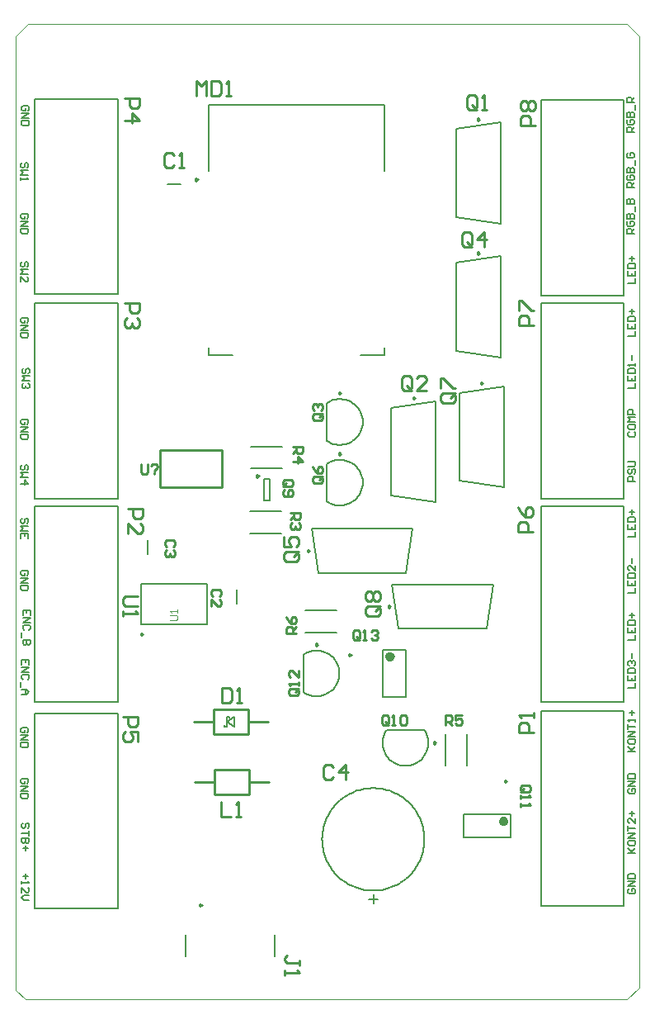
<source format=gto>
G04*
G04 #@! TF.GenerationSoftware,Altium Limited,Altium Designer,22.7.1 (60)*
G04*
G04 Layer_Color=65535*
%FSLAX25Y25*%
%MOIN*%
G70*
G04*
G04 #@! TF.SameCoordinates,B0270450-B435-420B-BE19-FF0628D395ED*
G04*
G04*
G04 #@! TF.FilePolarity,Positive*
G04*
G01*
G75*
%ADD10C,0.00984*%
%ADD11C,0.01968*%
%ADD12C,0.00787*%
%ADD13C,0.01000*%
%ADD14C,0.00500*%
%ADD15C,0.00591*%
%ADD16C,0.00004*%
%ADD17C,0.00394*%
D10*
X169705Y110984D02*
X168966Y111410D01*
Y110558D01*
X169705Y110984D01*
X192752Y284181D02*
X192014Y284607D01*
Y283755D01*
X192752Y284181D01*
X292992Y160937D02*
X292254Y161363D01*
Y160511D01*
X292992Y160937D01*
X245839Y231500D02*
X245100Y231926D01*
Y231074D01*
X245839Y231500D01*
X146000Y220394D02*
X145262Y220820D01*
Y219968D01*
X146000Y220394D01*
X255768Y315653D02*
X255030Y316080D01*
Y315227D01*
X255768Y315653D01*
X213339Y254000D02*
X212600Y254426D01*
Y253574D01*
X213339Y254000D01*
X225992Y293114D02*
X225254Y293540D01*
Y292688D01*
X225992Y293114D01*
Y317614D02*
X225254Y318040D01*
Y317188D01*
X225992Y317614D01*
X283268Y321654D02*
X282529Y322080D01*
Y321227D01*
X283268Y321654D01*
X281992Y374153D02*
X281254Y374580D01*
Y373727D01*
X281992Y374153D01*
X264106Y176500D02*
X263368Y176926D01*
Y176074D01*
X264106Y176500D01*
X216492Y216114D02*
X215754Y216540D01*
Y215688D01*
X216492Y216114D01*
X281992Y428154D02*
X281254Y428580D01*
Y427727D01*
X281992Y428154D01*
X230055Y212000D02*
X229317Y212426D01*
Y211574D01*
X230055Y212000D01*
X168039Y403913D02*
X167301Y404340D01*
Y403487D01*
X168039Y403913D01*
D11*
X292677Y144679D02*
X292185Y145531D01*
X291201D01*
X290709Y144679D01*
X291201Y143826D01*
X292185D01*
X292677Y144679D01*
X246805Y211193D02*
X246313Y212045D01*
X245329D01*
X244837Y211193D01*
X245329Y210340D01*
X246313D01*
X246805Y211193D01*
D12*
X220244Y273886D02*
X221101Y273361D01*
X222010Y272931D01*
X222961Y272603D01*
X223942Y272380D01*
X224941Y272265D01*
X225946Y272259D01*
X226947Y272362D01*
X227930Y272573D01*
X228885Y272889D01*
X229800Y273308D01*
X230663Y273823D01*
X231466Y274429D01*
X232198Y275118D01*
X232852Y275883D01*
X233418Y276714D01*
X233891Y277602D01*
X234264Y278535D01*
X234534Y279504D01*
X234697Y280497D01*
X234752Y281501D01*
X234697Y282505D01*
X234534Y283497D01*
X234264Y284466D01*
X233890Y285400D01*
X233417Y286287D01*
X232851Y287118D01*
X232197Y287883D01*
X231465Y288572D01*
X230662Y289178D01*
X229798Y289693D01*
X228884Y290111D01*
X227929Y290427D01*
X226945Y290638D01*
X225945Y290741D01*
X224939Y290735D01*
X223940Y290620D01*
X222960Y290396D01*
X222009Y290068D01*
X221100Y289638D01*
X220242Y289113D01*
X220244Y298386D02*
X221101Y297861D01*
X222010Y297431D01*
X222961Y297103D01*
X223942Y296880D01*
X224941Y296765D01*
X225946Y296759D01*
X226947Y296862D01*
X227930Y297073D01*
X228885Y297390D01*
X229800Y297808D01*
X230663Y298323D01*
X231466Y298929D01*
X232198Y299618D01*
X232852Y300383D01*
X233418Y301214D01*
X233891Y302102D01*
X234264Y303035D01*
X234534Y304004D01*
X234697Y304996D01*
X234752Y306001D01*
X234697Y307005D01*
X234534Y307997D01*
X234264Y308966D01*
X233890Y309900D01*
X233417Y310787D01*
X232851Y311618D01*
X232197Y312383D01*
X231465Y313072D01*
X230662Y313678D01*
X229798Y314193D01*
X228884Y314611D01*
X227929Y314928D01*
X226945Y315138D01*
X225945Y315241D01*
X224939Y315235D01*
X223940Y315120D01*
X222960Y314896D01*
X222009Y314568D01*
X221100Y314139D01*
X220242Y313613D01*
X244386Y181756D02*
X243861Y180899D01*
X243431Y179990D01*
X243103Y179039D01*
X242880Y178058D01*
X242765Y177059D01*
X242759Y176053D01*
X242862Y175053D01*
X243073Y174070D01*
X243390Y173115D01*
X243808Y172201D01*
X244323Y171337D01*
X244929Y170534D01*
X245618Y169802D01*
X246383Y169149D01*
X247214Y168582D01*
X248102Y168110D01*
X249035Y167736D01*
X250004Y167466D01*
X250996Y167303D01*
X252001Y167248D01*
X253005Y167303D01*
X253997Y167466D01*
X254966Y167736D01*
X255900Y168110D01*
X256787Y168583D01*
X257618Y169149D01*
X258383Y169803D01*
X259072Y170535D01*
X259678Y171338D01*
X260193Y172202D01*
X260611Y173117D01*
X260928Y174071D01*
X261138Y175055D01*
X261241Y176055D01*
X261235Y177061D01*
X261120Y178060D01*
X260896Y179040D01*
X260568Y179991D01*
X260139Y180900D01*
X259613Y181758D01*
X210743Y196886D02*
X211601Y196361D01*
X212510Y195931D01*
X213461Y195603D01*
X214442Y195380D01*
X215441Y195265D01*
X216446Y195259D01*
X217447Y195362D01*
X218430Y195573D01*
X219385Y195889D01*
X220300Y196308D01*
X221163Y196823D01*
X221966Y197429D01*
X222698Y198118D01*
X223352Y198883D01*
X223918Y199714D01*
X224391Y200602D01*
X224764Y201535D01*
X225034Y202504D01*
X225197Y203497D01*
X225252Y204501D01*
X225197Y205505D01*
X225034Y206497D01*
X224764Y207466D01*
X224390Y208400D01*
X223917Y209287D01*
X223351Y210118D01*
X222697Y210883D01*
X221965Y211572D01*
X221162Y212178D01*
X220298Y212693D01*
X219384Y213111D01*
X218429Y213427D01*
X217445Y213638D01*
X216445Y213741D01*
X215439Y213735D01*
X214440Y213620D01*
X213460Y213396D01*
X212509Y213068D01*
X211600Y212638D01*
X210742Y212113D01*
X259669Y137500D02*
X259645Y138499D01*
X259573Y139495D01*
X259452Y140487D01*
X259284Y141471D01*
X259069Y142446D01*
X258806Y143410D01*
X258498Y144360D01*
X258143Y145294D01*
X257745Y146210D01*
X257302Y147106D01*
X256816Y147978D01*
X256289Y148827D01*
X255722Y149649D01*
X255115Y150443D01*
X254471Y151206D01*
X253791Y151938D01*
X253076Y152636D01*
X252328Y153298D01*
X251550Y153923D01*
X250742Y154510D01*
X249906Y155058D01*
X249045Y155564D01*
X248161Y156028D01*
X247255Y156449D01*
X246329Y156826D01*
X245387Y157158D01*
X244430Y157443D01*
X243460Y157682D01*
X242480Y157874D01*
X241491Y158019D01*
X240497Y158115D01*
X239499Y158163D01*
X238501D01*
X237503Y158115D01*
X236509Y158019D01*
X235520Y157874D01*
X234540Y157682D01*
X233570Y157443D01*
X232613Y157158D01*
X231671Y156826D01*
X230745Y156449D01*
X229839Y156028D01*
X228955Y155564D01*
X228094Y155058D01*
X227258Y154510D01*
X226450Y153923D01*
X225672Y153298D01*
X224924Y152636D01*
X224209Y151938D01*
X223529Y151206D01*
X222885Y150443D01*
X222278Y149649D01*
X221711Y148827D01*
X221184Y147978D01*
X220698Y147106D01*
X220255Y146210D01*
X219857Y145294D01*
X219502Y144360D01*
X219194Y143410D01*
X218931Y142446D01*
X218716Y141471D01*
X218548Y140487D01*
X218427Y139495D01*
X218355Y138499D01*
X218331Y137500D01*
X218355Y136501D01*
X218427Y135505D01*
X218548Y134513D01*
X218716Y133529D01*
X218931Y132554D01*
X219194Y131590D01*
X219502Y130640D01*
X219857Y129706D01*
X220255Y128790D01*
X220698Y127894D01*
X221184Y127022D01*
X221711Y126173D01*
X222278Y125351D01*
X222885Y124557D01*
X223529Y123794D01*
X224209Y123062D01*
X224924Y122365D01*
X225672Y121702D01*
X226450Y121077D01*
X227258Y120490D01*
X228094Y119942D01*
X228955Y119436D01*
X229839Y118972D01*
X230745Y118551D01*
X231670Y118174D01*
X232613Y117842D01*
X233570Y117557D01*
X234540Y117318D01*
X235520Y117126D01*
X236508Y116981D01*
X237503Y116885D01*
X238500Y116837D01*
X239499Y116837D01*
X240497Y116885D01*
X241491Y116981D01*
X242480Y117126D01*
X243460Y117318D01*
X244430Y117557D01*
X245387Y117842D01*
X246329Y118174D01*
X247254Y118551D01*
X248160Y118972D01*
X249045Y119436D01*
X249906Y119942D01*
X250741Y120490D01*
X251550Y121077D01*
X252328Y121702D01*
X253076Y122364D01*
X253791Y123062D01*
X254471Y123794D01*
X255115Y124557D01*
X255722Y125351D01*
X256289Y126173D01*
X256816Y127021D01*
X257302Y127894D01*
X257744Y128790D01*
X258143Y129706D01*
X258498Y130640D01*
X258806Y131590D01*
X259069Y132553D01*
X259284Y133529D01*
X259452Y134513D01*
X259573Y135505D01*
X259645Y136501D01*
X259669Y137500D01*
X163110Y90472D02*
Y99134D01*
X199094Y90472D02*
Y99134D01*
X306768Y357130D02*
Y435870D01*
X340232D01*
Y357130D02*
Y435870D01*
X306768Y357130D02*
X340232D01*
X189177Y261047D02*
X201823D01*
X189177Y269953D02*
X201823D01*
X189677Y287216D02*
X202323D01*
X189677Y296122D02*
X202323D01*
X194819Y283000D02*
X197181D01*
X194819Y274339D02*
X197181D01*
X194819D02*
Y283000D01*
X197181Y274339D02*
Y283000D01*
X306768Y110630D02*
X340232D01*
Y189370D01*
X306768D02*
X340232D01*
X306768Y110630D02*
Y189370D01*
X294646Y138368D02*
Y147632D01*
X275354Y138368D02*
X294646D01*
X275354D02*
Y147632D01*
X294646D01*
X246528Y240457D02*
X287472D01*
X246528D02*
X249284Y222543D01*
X284717D02*
X287472Y240457D01*
X249284Y222543D02*
X284717D01*
X145311Y224429D02*
X171689D01*
X145311Y240571D02*
X171689D01*
X145311Y224429D02*
Y240571D01*
X171689Y224429D02*
Y240571D01*
X184000Y232744D02*
Y238256D01*
X148000Y252744D02*
Y258256D01*
X306768Y275130D02*
X340232D01*
Y353870D01*
X306768D02*
X340232D01*
X306768Y275130D02*
Y353870D01*
Y193130D02*
X340232D01*
Y271870D01*
X306768D02*
X340232D01*
X306768Y193130D02*
Y271870D01*
X102268Y436370D02*
X135732D01*
X102268Y357630D02*
Y436370D01*
Y357630D02*
X135732D01*
Y436370D01*
X102268Y353870D02*
X135732D01*
X102268Y275130D02*
Y353870D01*
Y275130D02*
X135732D01*
Y353870D01*
X102268Y271870D02*
X135732D01*
X102268Y193130D02*
Y271870D01*
Y193130D02*
X135732D01*
Y271870D01*
X102268Y188370D02*
X135732D01*
X102268Y109630D02*
Y188370D01*
Y109630D02*
X135732D01*
Y188370D01*
X246319Y276284D02*
Y311717D01*
Y276284D02*
X264232Y273528D01*
X246319Y311717D02*
X264232Y314472D01*
Y273528D02*
Y314472D01*
X216783Y245043D02*
X252217D01*
X254972Y262957D01*
X214028D02*
X216783Y245043D01*
X214028Y262957D02*
X254972D01*
X220244Y273887D02*
Y289113D01*
Y298387D02*
Y313613D01*
X273819Y282283D02*
Y317717D01*
Y282283D02*
X291732Y279528D01*
X273819Y317717D02*
X291732Y320472D01*
Y279528D02*
Y320472D01*
X272543Y334784D02*
Y370216D01*
Y334784D02*
X290457Y332028D01*
X272543Y370216D02*
X290457Y372972D01*
Y332028D02*
Y372972D01*
X244387Y181756D02*
X259613D01*
X210744Y196887D02*
Y212113D01*
X272543Y388784D02*
Y424217D01*
Y388784D02*
X290457Y386028D01*
X272543Y424217D02*
X290457Y426972D01*
Y386028D02*
Y426972D01*
X242868Y194854D02*
Y214146D01*
Y194854D02*
X252132D01*
Y214146D01*
X242868D02*
X252132D01*
X211677Y229953D02*
X224323D01*
X211677Y221047D02*
X224323D01*
X276953Y167177D02*
Y179823D01*
X268047Y167177D02*
Y179823D01*
X155744Y402000D02*
X161256D01*
X172370Y407457D02*
Y433894D01*
Y333106D02*
Y335961D01*
X233748Y333106D02*
X243630D01*
X172370D02*
X182252D01*
X243630Y407457D02*
Y433894D01*
Y333106D02*
Y335961D01*
X172370Y433894D02*
X243630D01*
D13*
X178000Y279500D02*
Y294500D01*
X153000Y279500D02*
X178000D01*
X153000D02*
Y294500D01*
X178000D01*
X188500Y180000D02*
Y190000D01*
X174500D02*
X188500D01*
X174500Y180000D02*
Y190000D01*
Y180000D02*
X188500D01*
Y185000D02*
X196500D01*
X166500D02*
X174500D01*
X175000Y155500D02*
Y165500D01*
Y155500D02*
X189000D01*
Y165500D01*
X175000D02*
X189000D01*
X167000Y160500D02*
X175000D01*
X189000D02*
X197000D01*
X145168Y288999D02*
Y285667D01*
X145834Y285001D01*
X147167D01*
X147834Y285667D01*
Y288999D01*
X149167Y288333D02*
X149833Y288999D01*
X151166D01*
X151832Y288333D01*
Y287666D01*
X150499Y286334D01*
Y285667D02*
Y285001D01*
X178001Y198499D02*
Y192501D01*
X181000D01*
X182000Y193501D01*
Y197499D01*
X181000Y198499D01*
X178001D01*
X183999Y192501D02*
X185999D01*
X184999D01*
Y198499D01*
X183999Y197499D01*
X143999Y235499D02*
X139001D01*
X138001Y234499D01*
Y232500D01*
X139001Y231500D01*
X143999D01*
X138001Y229501D02*
Y227501D01*
Y228501D01*
X143999D01*
X142999Y229501D01*
X207999Y220668D02*
X204001D01*
Y222667D01*
X204667Y223334D01*
X206000D01*
X206666Y222667D01*
Y220668D01*
Y222001D02*
X207999Y223334D01*
X204001Y227332D02*
X204667Y225999D01*
X206000Y224667D01*
X207333D01*
X207999Y225333D01*
Y226666D01*
X207333Y227332D01*
X206666D01*
X206000Y226666D01*
Y224667D01*
X268168Y183654D02*
Y187653D01*
X270167D01*
X270834Y186986D01*
Y185654D01*
X270167Y184987D01*
X268168D01*
X269501D02*
X270834Y183654D01*
X274832Y187653D02*
X272166D01*
Y185654D01*
X273499Y186320D01*
X274166D01*
X274832Y185654D01*
Y184321D01*
X274166Y183654D01*
X272833D01*
X272166Y184321D01*
X206501Y296002D02*
X210499D01*
Y294002D01*
X209833Y293336D01*
X208500D01*
X207834Y294002D01*
Y296002D01*
Y294669D02*
X206501Y293336D01*
Y290003D02*
X210499D01*
X208500Y292003D01*
Y289337D01*
X205501Y269332D02*
X209499D01*
Y267333D01*
X208833Y266666D01*
X207500D01*
X206834Y267333D01*
Y269332D01*
Y267999D02*
X205501Y266666D01*
X208833Y265334D02*
X209499Y264667D01*
Y263334D01*
X208833Y262668D01*
X208166D01*
X207500Y263334D01*
Y264001D01*
Y263334D01*
X206834Y262668D01*
X206167D01*
X205501Y263334D01*
Y264667D01*
X206167Y265334D01*
X233667Y218667D02*
Y221333D01*
X233001Y221999D01*
X231668D01*
X231002Y221333D01*
Y218667D01*
X231668Y218001D01*
X233001D01*
X232334Y219334D02*
X233667Y218001D01*
X233001D02*
X233667Y218667D01*
X235000Y218001D02*
X236333D01*
X235667D01*
Y221999D01*
X235000Y221333D01*
X238333D02*
X238999Y221999D01*
X240332D01*
X240998Y221333D01*
Y220666D01*
X240332Y220000D01*
X239666D01*
X240332D01*
X240998Y219334D01*
Y218667D01*
X240332Y218001D01*
X238999D01*
X238333Y218667D01*
X208333Y198167D02*
X205667D01*
X205001Y197501D01*
Y196168D01*
X205667Y195502D01*
X208333D01*
X208999Y196168D01*
Y197501D01*
X207666Y196835D02*
X208999Y198167D01*
Y197501D02*
X208333Y198167D01*
X208999Y199500D02*
Y200833D01*
Y200167D01*
X205001D01*
X205667Y199500D01*
X208999Y205498D02*
Y202833D01*
X206334Y205498D01*
X205667D01*
X205001Y204832D01*
Y203499D01*
X205667Y202833D01*
X299167Y156666D02*
X301833D01*
X302499Y157333D01*
Y158666D01*
X301833Y159332D01*
X299167D01*
X298501Y158666D01*
Y157333D01*
X299834Y157999D02*
X298501Y156666D01*
Y157333D02*
X299167Y156666D01*
X298501Y155333D02*
Y154000D01*
Y154667D01*
X302499D01*
X301833Y155333D01*
X298501Y152001D02*
Y150668D01*
Y151335D01*
X302499D01*
X301833Y152001D01*
X245167Y184167D02*
Y186833D01*
X244501Y187499D01*
X243168D01*
X242502Y186833D01*
Y184167D01*
X243168Y183501D01*
X244501D01*
X243834Y184834D02*
X245167Y183501D01*
X244501D02*
X245167Y184167D01*
X246500Y183501D02*
X247833D01*
X247167D01*
Y187499D01*
X246500Y186833D01*
X249833D02*
X250499Y187499D01*
X251832D01*
X252498Y186833D01*
Y184167D01*
X251832Y183501D01*
X250499D01*
X249833Y184167D01*
Y186833D01*
X203167Y279836D02*
X205833D01*
X206499Y280502D01*
Y281835D01*
X205833Y282502D01*
X203167D01*
X202501Y281835D01*
Y280502D01*
X203834Y281169D02*
X202501Y279836D01*
Y280502D02*
X203167Y279836D01*
Y278503D02*
X202501Y277836D01*
Y276503D01*
X203167Y275837D01*
X205833D01*
X206499Y276503D01*
Y277836D01*
X205833Y278503D01*
X205166D01*
X204500Y277836D01*
Y275837D01*
X240999Y231500D02*
X237001D01*
X236001Y230501D01*
Y228501D01*
X237001Y227502D01*
X240999D01*
X241999Y228501D01*
Y230501D01*
X240000Y229501D02*
X241999Y231500D01*
Y230501D02*
X240999Y231500D01*
X237001Y233500D02*
X236001Y234499D01*
Y236499D01*
X237001Y237498D01*
X238000D01*
X239000Y236499D01*
X240000Y237498D01*
X240999D01*
X241999Y236499D01*
Y234499D01*
X240999Y233500D01*
X240000D01*
X239000Y234499D01*
X238000Y233500D01*
X237001D01*
X239000Y234499D02*
Y236499D01*
X271275Y317500D02*
X267276D01*
X266277Y316501D01*
Y314501D01*
X267276Y313502D01*
X271275D01*
X272275Y314501D01*
Y316501D01*
X270275Y315501D02*
X272275Y317500D01*
Y316501D02*
X271275Y317500D01*
X266277Y319500D02*
Y323498D01*
X267276D01*
X271275Y319500D01*
X272275D01*
X217833Y283834D02*
X215167D01*
X214501Y283167D01*
Y281834D01*
X215167Y281168D01*
X217833D01*
X218499Y281834D01*
Y283167D01*
X217166Y282501D02*
X218499Y283834D01*
Y283167D02*
X217833Y283834D01*
X214501Y287832D02*
X215167Y286499D01*
X216500Y285167D01*
X217833D01*
X218499Y285833D01*
Y287166D01*
X217833Y287832D01*
X217166D01*
X216500Y287166D01*
Y285167D01*
X207999Y253500D02*
X204001D01*
X203001Y252501D01*
Y250501D01*
X204001Y249502D01*
X207999D01*
X208999Y250501D01*
Y252501D01*
X207000Y251501D02*
X208999Y253500D01*
Y252501D02*
X207999Y253500D01*
X203001Y259498D02*
Y255500D01*
X206000D01*
X205000Y257499D01*
Y258499D01*
X206000Y259498D01*
X207999D01*
X208999Y258499D01*
Y256499D01*
X207999Y255500D01*
X279000Y377501D02*
Y381499D01*
X278001Y382499D01*
X276001D01*
X275002Y381499D01*
Y377501D01*
X276001Y376501D01*
X278001D01*
X277001Y378500D02*
X279000Y376501D01*
X278001D02*
X279000Y377501D01*
X283999Y376501D02*
Y382499D01*
X281000Y379500D01*
X284998D01*
X217833Y309334D02*
X215167D01*
X214501Y308667D01*
Y307334D01*
X215167Y306668D01*
X217833D01*
X218499Y307334D01*
Y308667D01*
X217166Y308001D02*
X218499Y309334D01*
Y308667D02*
X217833Y309334D01*
X215167Y310666D02*
X214501Y311333D01*
Y312666D01*
X215167Y313332D01*
X215834D01*
X216500Y312666D01*
Y311999D01*
Y312666D01*
X217166Y313332D01*
X217833D01*
X218499Y312666D01*
Y311333D01*
X217833Y310666D01*
X254500Y319501D02*
Y323499D01*
X253501Y324499D01*
X251501D01*
X250502Y323499D01*
Y319501D01*
X251501Y318501D01*
X253501D01*
X252501Y320500D02*
X254500Y318501D01*
X253501D02*
X254500Y319501D01*
X260498Y318501D02*
X256500D01*
X260498Y322500D01*
Y323499D01*
X259499Y324499D01*
X257499D01*
X256500Y323499D01*
X281000Y433001D02*
Y436999D01*
X280000Y437999D01*
X278001D01*
X277001Y436999D01*
Y433001D01*
X278001Y432001D01*
X280000D01*
X279001Y434000D02*
X281000Y432001D01*
X280000D02*
X281000Y433001D01*
X282999Y432001D02*
X284999D01*
X283999D01*
Y437999D01*
X282999Y436999D01*
X304499Y425502D02*
X298501D01*
Y428501D01*
X299501Y429500D01*
X301500D01*
X302500Y428501D01*
Y425502D01*
X299501Y431500D02*
X298501Y432499D01*
Y434499D01*
X299501Y435498D01*
X300500D01*
X301500Y434499D01*
X302500Y435498D01*
X303499D01*
X304499Y434499D01*
Y432499D01*
X303499Y431500D01*
X302500D01*
X301500Y432499D01*
X300500Y431500D01*
X299501D01*
X301500Y432499D02*
Y434499D01*
X303999Y345002D02*
X298001D01*
Y348001D01*
X299001Y349000D01*
X301000D01*
X302000Y348001D01*
Y345002D01*
X298001Y351000D02*
Y354998D01*
X299001D01*
X302999Y351000D01*
X303999D01*
X303499Y261502D02*
X297501D01*
Y264501D01*
X298501Y265500D01*
X300500D01*
X301500Y264501D01*
Y261502D01*
X297501Y271498D02*
X298501Y269499D01*
X300500Y267500D01*
X302499D01*
X303499Y268499D01*
Y270499D01*
X302499Y271498D01*
X301500D01*
X300500Y270499D01*
Y267500D01*
X138001Y186998D02*
X143999D01*
Y183999D01*
X142999Y183000D01*
X141000D01*
X140000Y183999D01*
Y186998D01*
X143999Y177002D02*
Y181000D01*
X141000D01*
X142000Y179001D01*
Y178001D01*
X141000Y177002D01*
X139001D01*
X138001Y178001D01*
Y180001D01*
X139001Y181000D01*
X138501Y436498D02*
X144499D01*
Y433499D01*
X143499Y432500D01*
X141500D01*
X140500Y433499D01*
Y436498D01*
X138501Y427501D02*
X144499D01*
X141500Y430500D01*
Y426502D01*
X138501Y353998D02*
X144499D01*
Y350999D01*
X143499Y350000D01*
X141500D01*
X140500Y350999D01*
Y353998D01*
X143499Y348000D02*
X144499Y347001D01*
Y345001D01*
X143499Y344002D01*
X142500D01*
X141500Y345001D01*
Y346001D01*
Y345001D01*
X140500Y344002D01*
X139501D01*
X138501Y345001D01*
Y347001D01*
X139501Y348000D01*
X140001Y270998D02*
X145999D01*
Y267999D01*
X144999Y267000D01*
X143000D01*
X142000Y267999D01*
Y270998D01*
X140001Y261002D02*
Y265000D01*
X144000Y261002D01*
X144999D01*
X145999Y262001D01*
Y264001D01*
X144999Y265000D01*
X303999Y180501D02*
X298001D01*
Y183500D01*
X299001Y184500D01*
X301000D01*
X302000Y183500D01*
Y180501D01*
X303999Y186499D02*
Y188499D01*
Y187499D01*
X298001D01*
X299001Y186499D01*
X167600Y437700D02*
Y443698D01*
X169599Y441699D01*
X171599Y443698D01*
Y437700D01*
X173598Y443698D02*
Y437700D01*
X176597D01*
X177597Y438700D01*
Y442698D01*
X176597Y443698D01*
X173598D01*
X179596Y437700D02*
X181596D01*
X180596D01*
Y443698D01*
X179596Y442698D01*
X177501Y152499D02*
Y146501D01*
X181500D01*
X183499D02*
X185499D01*
X184499D01*
Y152499D01*
X183499Y151499D01*
X209101Y86654D02*
Y88653D01*
Y87653D01*
X204103D01*
X203103Y88653D01*
Y89653D01*
X204103Y90652D01*
X203103Y84654D02*
Y82655D01*
Y83654D01*
X209101D01*
X208102Y84654D01*
X222799Y166698D02*
X221799Y167698D01*
X219800D01*
X218800Y166698D01*
Y162700D01*
X219800Y161700D01*
X221799D01*
X222799Y162700D01*
X227797Y161700D02*
Y167698D01*
X224798Y164699D01*
X228797D01*
X158333Y255666D02*
X158999Y256333D01*
Y257666D01*
X158333Y258332D01*
X155667D01*
X155001Y257666D01*
Y256333D01*
X155667Y255666D01*
X158333Y254333D02*
X158999Y253667D01*
Y252334D01*
X158333Y251668D01*
X157667D01*
X157000Y252334D01*
Y253001D01*
Y252334D01*
X156333Y251668D01*
X155667D01*
X155001Y252334D01*
Y253667D01*
X155667Y254333D01*
X176833Y235666D02*
X177499Y236333D01*
Y237666D01*
X176833Y238332D01*
X174167D01*
X173501Y237666D01*
Y236333D01*
X174167Y235666D01*
X173501Y231668D02*
Y234333D01*
X176166Y231668D01*
X176833D01*
X177499Y232334D01*
Y233667D01*
X176833Y234333D01*
X158500Y413499D02*
X157500Y414499D01*
X155501D01*
X154501Y413499D01*
Y409501D01*
X155501Y408501D01*
X157500D01*
X158500Y409501D01*
X160499Y408501D02*
X162499D01*
X161499D01*
Y414499D01*
X160499Y413499D01*
D14*
X183000Y183000D02*
Y187000D01*
X180000Y185000D02*
X183000Y187000D01*
X180000Y185000D02*
X183000Y183000D01*
X180000D02*
Y185000D01*
X179000Y183000D02*
X180000D01*
Y185000D02*
Y187000D01*
X181000D01*
X179000Y183000D02*
Y183500D01*
X181000Y186500D02*
Y187000D01*
X342501Y117499D02*
X342001Y116999D01*
Y116000D01*
X342501Y115500D01*
X344500D01*
X345000Y116000D01*
Y116999D01*
X344500Y117499D01*
X343500D01*
Y116500D01*
X345000Y118499D02*
X342001D01*
X345000Y120498D01*
X342001D01*
Y121498D02*
X345000D01*
Y122998D01*
X344500Y123497D01*
X342501D01*
X342001Y122998D01*
Y121498D01*
Y132000D02*
X345000D01*
X344000D01*
X342001Y133999D01*
X343500Y132500D01*
X345000Y133999D01*
X342001Y136499D02*
Y135499D01*
X342501Y134999D01*
X344500D01*
X345000Y135499D01*
Y136499D01*
X344500Y136998D01*
X342501D01*
X342001Y136499D01*
X345000Y137998D02*
X342001D01*
X345000Y139997D01*
X342001D01*
Y140997D02*
Y142996D01*
Y141997D01*
X345000D01*
Y145995D02*
Y143996D01*
X343001Y145995D01*
X342501D01*
X342001Y145496D01*
Y144496D01*
X342501Y143996D01*
X343500Y146995D02*
Y148995D01*
X342501Y147995D02*
X344500D01*
X342501Y157999D02*
X342001Y157500D01*
Y156500D01*
X342501Y156000D01*
X344500D01*
X345000Y156500D01*
Y157500D01*
X344500Y157999D01*
X343500D01*
Y157000D01*
X345000Y158999D02*
X342001D01*
X345000Y160998D01*
X342001D01*
Y161998D02*
X345000D01*
Y163498D01*
X344500Y163997D01*
X342501D01*
X342001Y163498D01*
Y161998D01*
Y173000D02*
X345000D01*
X344000D01*
X342001Y174999D01*
X343500Y173500D01*
X345000Y174999D01*
X342001Y177499D02*
Y176499D01*
X342501Y175999D01*
X344500D01*
X345000Y176499D01*
Y177499D01*
X344500Y177998D01*
X342501D01*
X342001Y177499D01*
X345000Y178998D02*
X342001D01*
X345000Y180997D01*
X342001D01*
Y181997D02*
Y183996D01*
Y182997D01*
X345000D01*
Y184996D02*
Y185996D01*
Y185496D01*
X342001D01*
X342501Y184996D01*
X343500Y187495D02*
Y189495D01*
X342501Y188495D02*
X344500D01*
X342001Y198500D02*
X345000D01*
Y200499D01*
X342001Y203498D02*
Y201499D01*
X345000D01*
Y203498D01*
X343500Y201499D02*
Y202499D01*
X342001Y204498D02*
X345000D01*
Y205998D01*
X344500Y206497D01*
X342501D01*
X342001Y205998D01*
Y204498D01*
X342501Y207497D02*
X342001Y207997D01*
Y208997D01*
X342501Y209496D01*
X343001D01*
X343500Y208997D01*
Y208497D01*
Y208997D01*
X344000Y209496D01*
X344500D01*
X345000Y208997D01*
Y207997D01*
X344500Y207497D01*
X343500Y210496D02*
Y212495D01*
X342001Y218000D02*
X345000D01*
Y219999D01*
X342001Y222998D02*
Y220999D01*
X345000D01*
Y222998D01*
X343500Y220999D02*
Y221999D01*
X342001Y223998D02*
X345000D01*
Y225498D01*
X344500Y225997D01*
X342501D01*
X342001Y225498D01*
Y223998D01*
X343500Y226997D02*
Y228996D01*
X342501Y227997D02*
X344500D01*
X342001Y237000D02*
X345000D01*
Y238999D01*
X342001Y241998D02*
Y239999D01*
X345000D01*
Y241998D01*
X343500Y239999D02*
Y240999D01*
X342001Y242998D02*
X345000D01*
Y244498D01*
X344500Y244997D01*
X342501D01*
X342001Y244498D01*
Y242998D01*
X345000Y247996D02*
Y245997D01*
X343001Y247996D01*
X342501D01*
X342001Y247497D01*
Y246497D01*
X342501Y245997D01*
X343500Y248996D02*
Y250995D01*
X342001Y259500D02*
X345000D01*
Y261499D01*
X342001Y264498D02*
Y262499D01*
X345000D01*
Y264498D01*
X343500Y262499D02*
Y263499D01*
X342001Y265498D02*
X345000D01*
Y266998D01*
X344500Y267497D01*
X342501D01*
X342001Y266998D01*
Y265498D01*
X343500Y268497D02*
Y270496D01*
X342501Y269497D02*
X344500D01*
X345000Y282000D02*
X342001D01*
Y283500D01*
X342501Y283999D01*
X343500D01*
X344000Y283500D01*
Y282000D01*
X342501Y286998D02*
X342001Y286498D01*
Y285499D01*
X342501Y284999D01*
X343001D01*
X343500Y285499D01*
Y286498D01*
X344000Y286998D01*
X344500D01*
X345000Y286498D01*
Y285499D01*
X344500Y284999D01*
X342001Y287998D02*
X344500D01*
X345000Y288498D01*
Y289498D01*
X344500Y289997D01*
X342001D01*
X342501Y301999D02*
X342001Y301500D01*
Y300500D01*
X342501Y300000D01*
X344500D01*
X345000Y300500D01*
Y301500D01*
X344500Y301999D01*
X342001Y304499D02*
Y303499D01*
X342501Y302999D01*
X344500D01*
X345000Y303499D01*
Y304499D01*
X344500Y304998D01*
X342501D01*
X342001Y304499D01*
X345000Y305998D02*
X342001D01*
X343001Y306998D01*
X342001Y307997D01*
X345000D01*
Y308997D02*
X342001D01*
Y310497D01*
X342501Y310996D01*
X343500D01*
X344000Y310497D01*
Y308997D01*
X342001Y319500D02*
X345000D01*
Y321499D01*
X342001Y324498D02*
Y322499D01*
X345000D01*
Y324498D01*
X343500Y322499D02*
Y323499D01*
X342001Y325498D02*
X345000D01*
Y326998D01*
X344500Y327497D01*
X342501D01*
X342001Y326998D01*
Y325498D01*
X345000Y328497D02*
Y329497D01*
Y328997D01*
X342001D01*
X342501Y328497D01*
X343500Y330996D02*
Y332996D01*
X342001Y340500D02*
X345000D01*
Y342499D01*
X342001Y345498D02*
Y343499D01*
X345000D01*
Y345498D01*
X343500Y343499D02*
Y344499D01*
X342001Y346498D02*
X345000D01*
Y347998D01*
X344500Y348497D01*
X342501D01*
X342001Y347998D01*
Y346498D01*
X343500Y349497D02*
Y351496D01*
X342501Y350497D02*
X344500D01*
X342001Y362000D02*
X345000D01*
Y363999D01*
X342001Y366998D02*
Y364999D01*
X345000D01*
Y366998D01*
X343500Y364999D02*
Y365999D01*
X342001Y367998D02*
X345000D01*
Y369498D01*
X344500Y369997D01*
X342501D01*
X342001Y369498D01*
Y367998D01*
X343500Y370997D02*
Y372996D01*
X342501Y371997D02*
X344500D01*
Y382000D02*
X341501D01*
Y383500D01*
X342001Y383999D01*
X343001D01*
X343500Y383500D01*
Y382000D01*
Y383000D02*
X344500Y383999D01*
X342001Y386998D02*
X341501Y386498D01*
Y385499D01*
X342001Y384999D01*
X344000D01*
X344500Y385499D01*
Y386498D01*
X344000Y386998D01*
X343001D01*
Y385999D01*
X341501Y387998D02*
X344500D01*
Y389498D01*
X344000Y389997D01*
X343500D01*
X343001Y389498D01*
Y387998D01*
Y389498D01*
X342501Y389997D01*
X342001D01*
X341501Y389498D01*
Y387998D01*
X345000Y390997D02*
Y392996D01*
X341501Y393996D02*
X344500D01*
Y395496D01*
X344000Y395995D01*
X343500D01*
X343001Y395496D01*
Y393996D01*
Y395496D01*
X342501Y395995D01*
X342001D01*
X341501Y395496D01*
Y393996D01*
X344500Y400500D02*
X341501D01*
Y402000D01*
X342001Y402499D01*
X343001D01*
X343500Y402000D01*
Y400500D01*
Y401500D02*
X344500Y402499D01*
X342001Y405498D02*
X341501Y404998D01*
Y403999D01*
X342001Y403499D01*
X344000D01*
X344500Y403999D01*
Y404998D01*
X344000Y405498D01*
X343001D01*
Y404499D01*
X341501Y406498D02*
X344500D01*
Y407998D01*
X344000Y408497D01*
X343500D01*
X343001Y407998D01*
Y406498D01*
Y407998D01*
X342501Y408497D01*
X342001D01*
X341501Y407998D01*
Y406498D01*
X345000Y409497D02*
Y411496D01*
X342001Y414496D02*
X341501Y413996D01*
Y412996D01*
X342001Y412496D01*
X344000D01*
X344500Y412996D01*
Y413996D01*
X344000Y414496D01*
X343001D01*
Y413496D01*
X344500Y423000D02*
X341501D01*
Y424500D01*
X342001Y424999D01*
X343001D01*
X343500Y424500D01*
Y423000D01*
Y424000D02*
X344500Y424999D01*
X342001Y427998D02*
X341501Y427498D01*
Y426499D01*
X342001Y425999D01*
X344000D01*
X344500Y426499D01*
Y427498D01*
X344000Y427998D01*
X343001D01*
Y426999D01*
X341501Y428998D02*
X344500D01*
Y430498D01*
X344000Y430997D01*
X343500D01*
X343001Y430498D01*
Y428998D01*
Y430498D01*
X342501Y430997D01*
X342001D01*
X341501Y430498D01*
Y428998D01*
X345000Y431997D02*
Y433996D01*
X344500Y434996D02*
X341501D01*
Y436496D01*
X342001Y436996D01*
X343001D01*
X343500Y436496D01*
Y434996D01*
Y435996D02*
X344500Y436996D01*
X99163Y180567D02*
X99663Y181067D01*
Y182067D01*
X99163Y182567D01*
X97163D01*
X96664Y182067D01*
Y181067D01*
X97163Y180567D01*
X98163D01*
Y181567D01*
X96664Y179568D02*
X99663D01*
X96664Y177568D01*
X99663D01*
Y176569D02*
X96664D01*
Y175069D01*
X97163Y174569D01*
X99163D01*
X99663Y175069D01*
Y176569D01*
X98500Y123500D02*
Y121501D01*
X99499Y122500D02*
X97500D01*
X97000Y120501D02*
Y119501D01*
Y120001D01*
X99999D01*
X99499Y120501D01*
X97000Y116002D02*
Y118002D01*
X98999Y116002D01*
X99499D01*
X99999Y116502D01*
Y117502D01*
X99499Y118002D01*
X99999Y115003D02*
X98000D01*
X97000Y114003D01*
X98000Y113003D01*
X99999D01*
X99499Y142001D02*
X99999Y142500D01*
Y143500D01*
X99499Y144000D01*
X98999D01*
X98500Y143500D01*
Y142500D01*
X98000Y142001D01*
X97500D01*
X97000Y142500D01*
Y143500D01*
X97500Y144000D01*
X99999Y141001D02*
Y139002D01*
Y140001D01*
X97000D01*
X99999Y138002D02*
X97000D01*
Y136502D01*
X97500Y136003D01*
X98000D01*
X98500Y136502D01*
Y138002D01*
Y136502D01*
X98999Y136003D01*
X99499D01*
X99999Y136502D01*
Y138002D01*
X98500Y135003D02*
Y133004D01*
X99499Y134003D02*
X97500D01*
X99163Y160067D02*
X99663Y160567D01*
Y161567D01*
X99163Y162067D01*
X97163D01*
X96664Y161567D01*
Y160567D01*
X97163Y160067D01*
X98163D01*
Y161067D01*
X96664Y159068D02*
X99663D01*
X96664Y157068D01*
X99663D01*
Y156069D02*
X96664D01*
Y154569D01*
X97163Y154069D01*
X99163D01*
X99663Y154569D01*
Y156069D01*
X99999Y208001D02*
Y210000D01*
X97000D01*
Y208001D01*
X98499Y210000D02*
Y209000D01*
X97000Y207001D02*
X99999D01*
X97000Y205002D01*
X99999D01*
X99499Y202003D02*
X99999Y202502D01*
Y203502D01*
X99499Y204002D01*
X97500D01*
X97000Y203502D01*
Y202502D01*
X97500Y202003D01*
X96500Y201003D02*
Y199004D01*
X97000Y198004D02*
X98999D01*
X99999Y197004D01*
X98999Y196004D01*
X97000D01*
X98499D01*
Y198004D01*
X100499Y228001D02*
Y230000D01*
X97500D01*
Y228001D01*
X98999Y230000D02*
Y229000D01*
X97500Y227001D02*
X100499D01*
X97500Y225002D01*
X100499D01*
X99999Y222003D02*
X100499Y222502D01*
Y223502D01*
X99999Y224002D01*
X98000D01*
X97500Y223502D01*
Y222502D01*
X98000Y222003D01*
X97000Y221003D02*
Y219004D01*
X100499Y218004D02*
X97500D01*
Y216504D01*
X98000Y216004D01*
X98500D01*
X98999Y216504D01*
Y218004D01*
Y216504D01*
X99499Y216004D01*
X99999D01*
X100499Y216504D01*
Y218004D01*
X99163Y244067D02*
X99663Y244567D01*
Y245567D01*
X99163Y246067D01*
X97163D01*
X96664Y245567D01*
Y244567D01*
X97163Y244067D01*
X98163D01*
Y245067D01*
X96664Y243068D02*
X99663D01*
X96664Y241068D01*
X99663D01*
Y240069D02*
X96664D01*
Y238569D01*
X97163Y238069D01*
X99163D01*
X99663Y238569D01*
Y240069D01*
X99163Y265067D02*
X99663Y265567D01*
Y266567D01*
X99163Y267067D01*
X98663D01*
X98163Y266567D01*
Y265567D01*
X97663Y265067D01*
X97163D01*
X96664Y265567D01*
Y266567D01*
X97163Y267067D01*
X99663Y264068D02*
X96664D01*
X97663Y263068D01*
X96664Y262068D01*
X99663D01*
Y259069D02*
Y261069D01*
X96664D01*
Y259069D01*
X98163Y261069D02*
Y260069D01*
X99163Y286567D02*
X99663Y287067D01*
Y288067D01*
X99163Y288567D01*
X98663D01*
X98163Y288067D01*
Y287067D01*
X97663Y286567D01*
X97163D01*
X96664Y287067D01*
Y288067D01*
X97163Y288567D01*
X99663Y285568D02*
X96664D01*
X97663Y284568D01*
X96664Y283568D01*
X99663D01*
X96664Y281069D02*
X99663D01*
X98163Y282569D01*
Y280569D01*
X99163Y305067D02*
X99663Y305567D01*
Y306567D01*
X99163Y307067D01*
X97163D01*
X96664Y306567D01*
Y305567D01*
X97163Y305067D01*
X98163D01*
Y306067D01*
X96664Y304068D02*
X99663D01*
X96664Y302068D01*
X99663D01*
Y301069D02*
X96664D01*
Y299569D01*
X97163Y299069D01*
X99163D01*
X99663Y299569D01*
Y301069D01*
X99663Y325567D02*
X100163Y326067D01*
Y327067D01*
X99663Y327567D01*
X99163D01*
X98663Y327067D01*
Y326067D01*
X98163Y325567D01*
X97663D01*
X97164Y326067D01*
Y327067D01*
X97663Y327567D01*
X100163Y324568D02*
X97164D01*
X98163Y323568D01*
X97164Y322568D01*
X100163D01*
X99663Y321569D02*
X100163Y321069D01*
Y320069D01*
X99663Y319569D01*
X99163D01*
X98663Y320069D01*
Y320569D01*
Y320069D01*
X98163Y319569D01*
X97663D01*
X97164Y320069D01*
Y321069D01*
X97663Y321569D01*
X99163Y346067D02*
X99663Y346567D01*
Y347567D01*
X99163Y348067D01*
X97163D01*
X96664Y347567D01*
Y346567D01*
X97163Y346067D01*
X98163D01*
Y347067D01*
X96664Y345068D02*
X99663D01*
X96664Y343068D01*
X99663D01*
Y342069D02*
X96664D01*
Y340569D01*
X97163Y340069D01*
X99163D01*
X99663Y340569D01*
Y342069D01*
X99163Y368567D02*
X99663Y369067D01*
Y370067D01*
X99163Y370567D01*
X98663D01*
X98163Y370067D01*
Y369067D01*
X97663Y368567D01*
X97163D01*
X96664Y369067D01*
Y370067D01*
X97163Y370567D01*
X99663Y367568D02*
X96664D01*
X97663Y366568D01*
X96664Y365568D01*
X99663D01*
X96664Y362569D02*
Y364569D01*
X98663Y362569D01*
X99163D01*
X99663Y363069D01*
Y364069D01*
X99163Y364569D01*
Y388067D02*
X99663Y388567D01*
Y389567D01*
X99163Y390067D01*
X97163D01*
X96664Y389567D01*
Y388567D01*
X97163Y388067D01*
X98163D01*
Y389067D01*
X96664Y387068D02*
X99663D01*
X96664Y385068D01*
X99663D01*
Y384069D02*
X96664D01*
Y382569D01*
X97163Y382069D01*
X99163D01*
X99663Y382569D01*
Y384069D01*
X99163Y408567D02*
X99663Y409067D01*
Y410067D01*
X99163Y410567D01*
X98663D01*
X98163Y410067D01*
Y409067D01*
X97663Y408567D01*
X97163D01*
X96664Y409067D01*
Y410067D01*
X97163Y410567D01*
X99663Y407568D02*
X96664D01*
X97663Y406568D01*
X96664Y405568D01*
X99663D01*
X96664Y404569D02*
Y403569D01*
Y404069D01*
X99663D01*
X99163Y404569D01*
X99499Y431501D02*
X99999Y432000D01*
Y433000D01*
X99499Y433500D01*
X97500D01*
X97000Y433000D01*
Y432000D01*
X97500Y431501D01*
X98500D01*
Y432500D01*
X97000Y430501D02*
X99999D01*
X97000Y428502D01*
X99999D01*
Y427502D02*
X97000D01*
Y426002D01*
X97500Y425503D01*
X99499D01*
X99999Y426002D01*
Y427502D01*
D15*
X239048Y111500D02*
Y115436D01*
X237080Y113468D02*
X241016D01*
D16*
X99410Y466535D02*
X341535D01*
X346457Y461614D01*
Y77756D02*
Y461614D01*
X341535Y72835D02*
X346457Y77756D01*
X98425Y72835D02*
X341535D01*
X94488Y76772D02*
X98425Y72835D01*
X94488Y76772D02*
Y461614D01*
X99410Y466535D01*
D17*
X156851Y226000D02*
X159475D01*
X160000Y226525D01*
Y227574D01*
X159475Y228099D01*
X156851D01*
X160000Y229149D02*
Y230198D01*
Y229673D01*
X156851D01*
X157376Y229149D01*
M02*

</source>
